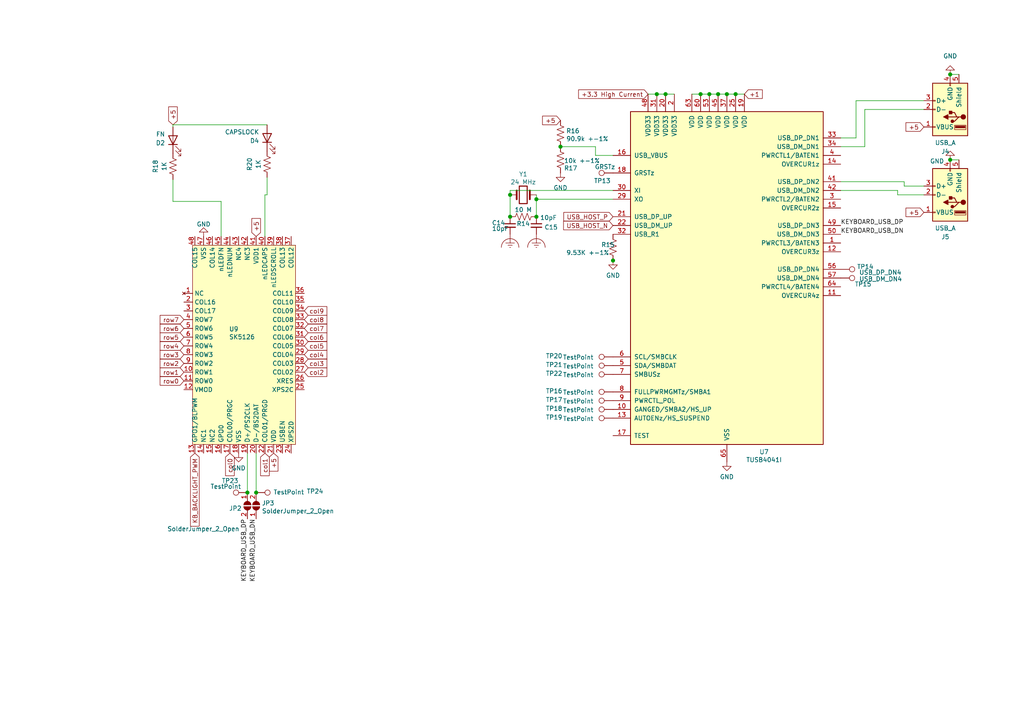
<source format=kicad_sch>
(kicad_sch (version 20210126) (generator eeschema)
  (paper "A4")
  (lib_symbols
    (symbol "Connector:TestPoint" (pin_numbers hide) (pin_names (offset 0.762) hide)
      (property "Reference" "TP" (at 0 6.858 0))
      (property "Value" "TestPoint" (at 0 5.08 0))
      (symbol "TestPoint_0_1"
        (circle (center 0 3.302) (radius 0.762))
      )
      (symbol "TestPoint_1_1"
        (pin passive line (at 0 0 90) (length 2.54) (name "1") (number "1"))
      )
    )
    (symbol "Connector:USB_A" (pin_names (offset 1.016))
      (property "Reference" "J?" (at 1.397 11.176 0))
      (property "Value" "USB_A" (at 1.397 8.636 0))
      (symbol "USB_A_0_1"
        (circle (center -3.81 2.159) (radius 0.635) (stroke (width 0.254)) (fill (type outline)))
        (circle (center -0.635 3.429) (radius 0.381) (stroke (width 0.254)) (fill (type outline)))
        (rectangle (start -1.27 4.572) (end -4.572 5.842))
        (rectangle (start -0.127 -7.62) (end 0.127 -6.858))
        (rectangle (start 5.08 -2.667) (end 4.318 -2.413))
        (rectangle (start 5.08 -0.127) (end 4.318 0.127))
        (rectangle (start 5.08 4.953) (end 4.318 5.207))
        (rectangle (start -1.524 4.826) (end -4.318 5.334) (fill (type outline)))
        (rectangle (start 0.254 1.27) (end -0.508 0.508) (stroke (width 0.254)) (fill (type outline)))
        (rectangle (start -5.08 -7.62) (end 5.08 7.62) (stroke (width 0.254)) (fill (type background)))
        (polyline (pts (xy -3.175 2.159) (xy -2.54 2.159) (xy -1.27 3.429) (xy -0.635 3.429)) (stroke (width 0.254)))
        (polyline (pts (xy -2.54 2.159) (xy -1.905 2.159) (xy -1.27 0.889) (xy 0 0.889)) (stroke (width 0.254)))
        (polyline (pts (xy 0.635 2.794) (xy 0.635 1.524) (xy 1.905 2.159) (xy 0.635 2.794)) (stroke (width 0.254)) (fill (type outline)))
      )
      (symbol "USB_A_1_1"
        (polyline (pts (xy -1.905 2.159) (xy 0.635 2.159)) (stroke (width 0.254)))
        (pin power_in line (at 7.62 5.08 180) (length 2.54) (name "VBUS") (number "1"))
        (pin bidirectional line (at 7.62 0 180) (length 2.54) (name "D-") (number "2"))
        (pin bidirectional line (at 7.62 -2.54 180) (length 2.54) (name "D+") (number "3"))
        (pin power_in line (at 0 -10.16 90) (length 2.54) (name "GND") (number "4"))
        (pin passive line (at -2.54 -10.16 90) (length 2.54) (name "Shield") (number "5"))
      )
    )
    (symbol "Device:C_Small" (pin_numbers hide) (pin_names (offset 0.254) hide)
      (property "Reference" "C" (at 0.254 1.778 0))
      (property "Value" "C_Small" (at 0.254 -2.032 0))
      (symbol "C_Small_0_1"
        (polyline (pts (xy -1.524 -0.508) (xy 1.524 -0.508)) (stroke (width 0.3302)))
        (polyline (pts (xy -1.524 0.508) (xy 1.524 0.508)) (stroke (width 0.3048)))
      )
      (symbol "C_Small_1_1"
        (pin passive line (at 0 2.54 270) (length 2.032) (name "~") (number "1"))
        (pin passive line (at 0 -2.54 90) (length 2.032) (name "~") (number "2"))
      )
    )
    (symbol "Device:Crystal" (pin_numbers hide) (pin_names (offset 1.016) hide)
      (property "Reference" "Y" (at 0 3.81 0))
      (property "Value" "Crystal" (at 0 -3.81 0))
      (symbol "Crystal_0_1"
        (rectangle (start -1.143 2.54) (end 1.143 -2.54) (stroke (width 0.3048)))
        (polyline (pts (xy -2.54 0) (xy -1.905 0)))
        (polyline (pts (xy -1.905 -1.27) (xy -1.905 1.27)) (stroke (width 0.508)))
        (polyline (pts (xy 1.905 -1.27) (xy 1.905 1.27)) (stroke (width 0.508)))
        (polyline (pts (xy 2.54 0) (xy 1.905 0)))
      )
      (symbol "Crystal_1_1"
        (pin passive line (at -3.81 0 0) (length 1.27) (name "1") (number "1"))
        (pin passive line (at 3.81 0 180) (length 1.27) (name "2") (number "2"))
      )
    )
    (symbol "Device:LED" (pin_numbers hide) (pin_names (offset 1.016) hide)
      (property "Reference" "D" (at 0 2.54 0))
      (property "Value" "LED" (at 0 -2.54 0))
      (symbol "LED_0_1"
        (polyline (pts (xy -1.27 -1.27) (xy -1.27 1.27)) (stroke (width 0.254)))
        (polyline (pts (xy -1.27 0) (xy 1.27 0)))
        (polyline (pts (xy 1.27 -1.27) (xy 1.27 1.27) (xy -1.27 0) (xy 1.27 -1.27)) (stroke (width 0.254)))
        (polyline (pts (xy -3.048 -0.762) (xy -4.572 -2.286) (xy -3.81 -2.286) (xy -4.572 -2.286) (xy -4.572 -1.524)))
        (polyline (pts (xy -1.778 -0.762) (xy -3.302 -2.286) (xy -2.54 -2.286) (xy -3.302 -2.286) (xy -3.302 -1.524)))
      )
      (symbol "LED_1_1"
        (pin passive line (at -3.81 0 0) (length 2.54) (name "K") (number "1"))
        (pin passive line (at 3.81 0 180) (length 2.54) (name "A") (number "2"))
      )
    )
    (symbol "Device:R_US" (pin_numbers hide) (pin_names (offset 0))
      (property "Reference" "R" (at 2.54 0 90))
      (property "Value" "R_US" (at -2.54 0 90))
      (symbol "R_US_0_1"
        (polyline (pts (xy 0 -2.286) (xy 0 -2.54)))
        (polyline (pts (xy 0 2.286) (xy 0 2.54)))
        (polyline (pts (xy 0 -0.762) (xy 1.016 -1.143) (xy 0 -1.524) (xy -1.016 -1.905) (xy 0 -2.286)))
        (polyline (pts (xy 0 0.762) (xy 1.016 0.381) (xy 0 0) (xy -1.016 -0.381) (xy 0 -0.762)))
        (polyline (pts (xy 0 2.286) (xy 1.016 1.905) (xy 0 1.524) (xy -1.016 1.143) (xy 0 0.762)))
      )
      (symbol "R_US_1_1"
        (pin passive line (at 0 3.81 270) (length 1.27) (name "~") (number "1"))
        (pin passive line (at 0 -3.81 90) (length 1.27) (name "~") (number "2"))
      )
    )
    (symbol "Interface_USB:TUSB4041I" (pin_names (offset 1.016))
      (property "Reference" "U" (at 15.24 53.34 0))
      (property "Value" "TUSB4041I" (at 15.24 50.8 0))
      (symbol "TUSB4041I_0_1"
        (rectangle (start -27.94 48.26) (end 27.94 -48.26) (stroke (width 0.254)) (fill (type background)))
      )
      (symbol "TUSB4041I_1_1"
        (pin bidirectional line (at 33.02 10.16 180) (length 5.08) (name "PWRCTL3/BATEN3") (number "1"))
        (pin bidirectional line (at -33.02 -38.1 0) (length 5.08) (name "GANGED/SMBA2/HS_UP") (number "10"))
        (pin input line (at 33.02 -5.08 180) (length 5.08) (name "OVERCUR4z") (number "11"))
        (pin input line (at 33.02 7.62 180) (length 5.08) (name "OVERCUR3z") (number "12"))
        (pin bidirectional line (at -33.02 -40.64 0) (length 5.08) (name "AUTOENz/HS_SUSPEND") (number "13"))
        (pin input line (at 33.02 33.02 180) (length 5.08) (name "OVERCUR1z") (number "14"))
        (pin input line (at 33.02 20.32 180) (length 5.08) (name "OVERCUR2z") (number "15"))
        (pin input line (at -33.02 35.56 0) (length 5.08) (name "USB_VBUS") (number "16"))
        (pin input line (at -33.02 -45.72 0) (length 5.08) (name "TEST") (number "17"))
        (pin input line (at -33.02 30.48 0) (length 5.08) (name "GRSTz") (number "18"))
        (pin power_in line (at 5.08 53.34 270) (length 5.08) (name "VDD") (number "19"))
        (pin power_in line (at -15.24 53.34 270) (length 5.08) (name "VDD33") (number "2"))
        (pin power_in line (at -17.78 53.34 270) (length 5.08) (name "VDD33") (number "20"))
        (pin bidirectional line (at -33.02 17.78 0) (length 5.08) (name "USB_DP_UP") (number "21"))
        (pin bidirectional line (at -33.02 15.24 0) (length 5.08) (name "USB_DM_UP") (number "22"))
        (pin bidirectional line (at 33.02 -17.78 180) (length 5.08) hide (name "RSVD") (number "23"))
        (pin bidirectional line (at 33.02 -20.32 180) (length 5.08) hide (name "RSVD") (number "24"))
        (pin power_in line (at 2.54 53.34 270) (length 5.08) (name "VDD") (number "25"))
        (pin bidirectional line (at 33.02 -22.86 180) (length 5.08) hide (name "RSVD") (number "26"))
        (pin bidirectional line (at 33.02 -25.4 180) (length 5.08) hide (name "RSVD") (number "27"))
        (pin no_connect line (at 33.02 -43.18 180) (length 5.08) hide (name "NC") (number "28"))
        (pin output line (at -33.02 22.86 0) (length 5.08) (name "XO") (number "29"))
        (pin bidirectional line (at 33.02 22.86 180) (length 5.08) (name "PWRCTL2/BATEN2") (number "3"))
        (pin input line (at -33.02 25.4 0) (length 5.08) (name "XI") (number "30"))
        (pin power_in line (at -20.32 53.34 270) (length 5.08) (name "VDD33") (number "31"))
        (pin input line (at -33.02 12.7 0) (length 5.08) (name "USB_R1") (number "32"))
        (pin bidirectional line (at 33.02 40.64 180) (length 5.08) (name "USB_DP_DN1") (number "33"))
        (pin bidirectional line (at 33.02 38.1 180) (length 5.08) (name "USB_DM_DN1") (number "34"))
        (pin bidirectional line (at 33.02 -27.94 180) (length 5.08) hide (name "RSVD") (number "35"))
        (pin bidirectional line (at 33.02 -30.48 180) (length 5.08) hide (name "RSVD") (number "36"))
        (pin power_in line (at 0 53.34 270) (length 5.08) (name "VDD") (number "37"))
        (pin bidirectional line (at 33.02 -33.02 180) (length 5.08) hide (name "RSVD") (number "38"))
        (pin bidirectional line (at 33.02 -35.56 180) (length 5.08) hide (name "RSVD") (number "39"))
        (pin bidirectional line (at 33.02 35.56 180) (length 5.08) (name "PWRCTL1/BATEN1") (number "4"))
        (pin no_connect line (at 33.02 -45.72 180) (length 5.08) hide (name "NC") (number "40"))
        (pin bidirectional line (at 33.02 27.94 180) (length 5.08) (name "USB_DP_DN2") (number "41"))
        (pin bidirectional line (at 33.02 25.4 180) (length 5.08) (name "USB_DM_DN2") (number "42"))
        (pin bidirectional line (at 33.02 -38.1 180) (length 5.08) hide (name "RSVD") (number "43"))
        (pin bidirectional line (at -33.02 7.62 0) (length 5.08) hide (name "RSVD") (number "44"))
        (pin power_in line (at -2.54 53.34 270) (length 5.08) (name "VDD") (number "45"))
        (pin bidirectional line (at -33.02 5.08 0) (length 5.08) hide (name "RSVD") (number "46"))
        (pin bidirectional line (at -33.02 2.54 0) (length 5.08) hide (name "RSVD") (number "47"))
        (pin power_in line (at -22.86 53.34 270) (length 5.08) (name "VDD33") (number "48"))
        (pin bidirectional line (at 33.02 15.24 180) (length 5.08) (name "USB_DP_DN3") (number "49"))
        (pin bidirectional line (at -33.02 -25.4 0) (length 5.08) (name "SDA/SMBDAT") (number "5"))
        (pin bidirectional line (at 33.02 12.7 180) (length 5.08) (name "USB_DM_DN3") (number "50"))
        (pin bidirectional line (at -33.02 0 0) (length 5.08) hide (name "RSVD") (number "51"))
        (pin bidirectional line (at -33.02 -2.54 0) (length 5.08) hide (name "RSVD") (number "52"))
        (pin power_in line (at -5.08 53.34 270) (length 5.08) (name "VDD") (number "53"))
        (pin bidirectional line (at -33.02 -5.08 0) (length 5.08) hide (name "RSVD") (number "54"))
        (pin bidirectional line (at -33.02 -7.62 0) (length 5.08) hide (name "RSVD") (number "55"))
        (pin bidirectional line (at 33.02 2.54 180) (length 5.08) (name "USB_DP_DN4") (number "56"))
        (pin bidirectional line (at 33.02 0 180) (length 5.08) (name "USB_DM_DN4") (number "57"))
        (pin bidirectional line (at -33.02 -10.16 0) (length 5.08) hide (name "RSVD") (number "58"))
        (pin bidirectional line (at -33.02 -12.7 0) (length 5.08) hide (name "RSVD") (number "59"))
        (pin bidirectional line (at -33.02 -22.86 0) (length 5.08) (name "SCL/SMBCLK") (number "6"))
        (pin power_in line (at -7.62 53.34 270) (length 5.08) (name "VDD") (number "60"))
        (pin bidirectional line (at -33.02 -15.24 0) (length 5.08) hide (name "RSVD") (number "61"))
        (pin bidirectional line (at -33.02 -17.78 0) (length 5.08) hide (name "RSVD") (number "62"))
        (pin power_in line (at -10.16 53.34 270) (length 5.08) (name "VDD") (number "63"))
        (pin bidirectional line (at 33.02 -2.54 180) (length 5.08) (name "PWRCTL4/BATEN4") (number "64"))
        (pin power_in line (at 0 -53.34 90) (length 5.08) (name "VSS") (number "65"))
        (pin bidirectional line (at -33.02 -27.94 0) (length 5.08) (name "SMBUSz") (number "7"))
        (pin bidirectional line (at -33.02 -33.02 0) (length 5.08) (name "FULLPWRMGMTz/SMBA1") (number "8"))
        (pin bidirectional line (at -33.02 -35.56 0) (length 5.08) (name "PWRCTL_POL") (number "9"))
      )
    )
    (symbol "Jumper:SolderJumper_2_Open" (pin_names (offset 0) hide)
      (property "Reference" "JP" (at 0 2.032 0))
      (property "Value" "SolderJumper_2_Open" (at 0 -2.54 0))
      (symbol "SolderJumper_2_Open_0_1"
        (arc (start -0.254 1.016) (end -0.254 -1.016) (radius (at -0.254 0) (length 1.016) (angles 90.1 -90.1)))
        (arc (start 0.254 -1.016) (end 0.254 1.016) (radius (at 0.254 0) (length 1.016) (angles -89.9 89.9)))
        (arc (start -0.254 1.016) (end -0.254 -1.016) (radius (at -0.254 0) (length 1.016) (angles 90.1 -90.1)) (fill (type outline)))
        (arc (start 0.254 -1.016) (end 0.254 1.016) (radius (at 0.254 0) (length 1.016) (angles -89.9 89.9)) (fill (type outline)))
        (polyline (pts (xy -0.254 1.016) (xy -0.254 -1.016)))
        (polyline (pts (xy 0.254 1.016) (xy 0.254 -1.016)))
      )
      (symbol "SolderJumper_2_Open_1_1"
        (pin passive line (at -3.81 0 0) (length 2.54) (name "A") (number "1"))
        (pin passive line (at 3.81 0 180) (length 2.54) (name "B") (number "2"))
      )
    )
    (symbol "power:Earth_Clean" (power) (pin_names (offset 0))
      (symbol "Earth_Clean_0_1"
        (arc (start 2.54 -3.81) (end -2.54 -3.81) (radius (at 0 -3.81) (length 2.54) (angles 0.1 179.9)))
        (polyline (pts (xy -0.635 -3.175) (xy 0.635 -3.175)))
        (polyline (pts (xy -0.127 -3.81) (xy 0.127 -3.81)))
        (polyline (pts (xy 0 -2.54) (xy 0 0)))
        (polyline (pts (xy 1.27 -2.54) (xy -1.27 -2.54)))
      )
      (symbol "Earth_Clean_1_1"
        (pin power_in line (at 0 0 270) (length 0) hide (name "Earth_Clean") (number "1"))
      )
    )
    (symbol "power:GND" (power) (pin_names (offset 0))
      (property "Value" "GND" (at 0 -3.81 0))
      (symbol "GND_0_1"
        (polyline (pts (xy 0 0) (xy 0 -1.27) (xy 1.27 -1.27) (xy 0 -2.54) (xy -1.27 -1.27) (xy 0 -1.27)))
      )
      (symbol "GND_1_1"
        (pin power_in line (at 0 0 270) (length 0) hide (name "GND") (number "1"))
      )
    )
    (symbol "teensy:SK5126"
      (property "Reference" "U" (at 0 24.13 0))
      (property "Value" "SK5126" (at 0 24.13 0))
      (symbol "SK5126_0_0"
        (pin no_connect line (at -80.645 61.595 0) (length 2.54) (name "NC") (number "1"))
        (pin unspecified line (at -80.645 38.735 0) (length 2.54) (name "ROW1") (number "10"))
        (pin unspecified line (at -80.645 36.195 0) (length 2.54) (name "ROW0") (number "11"))
        (pin unspecified line (at -80.645 33.655 0) (length 2.54) (name "VMOD") (number "12"))
        (pin unspecified line (at -77.47 15.24 90) (length 2.54) (name "GPO1/BLPWM") (number "13"))
        (pin unspecified line (at -74.93 15.24 90) (length 2.54) (name "NC1") (number "14"))
        (pin unspecified line (at -72.39 15.24 90) (length 2.54) (name "NC2") (number "15"))
        (pin unspecified line (at -69.85 15.24 90) (length 2.54) (name "GPO0") (number "16"))
        (pin unspecified line (at -67.31 15.24 90) (length 2.54) (name "COL00/PRGC") (number "17"))
        (pin unspecified line (at -64.77 15.24 90) (length 2.54) (name "VSS") (number "18"))
        (pin unspecified line (at -62.23 15.24 90) (length 2.54) (name "D+/PS2CLK") (number "19"))
        (pin unspecified line (at -80.645 59.055 0) (length 2.54) (name "COL16") (number "2"))
        (pin unspecified line (at -59.69 15.24 90) (length 2.54) (name "D-/BS2DAT") (number "20"))
        (pin unspecified line (at -54.61 15.24 90) (length 2.54) (name "VDD") (number "21"))
        (pin unspecified line (at -57.15 15.24 90) (length 2.54) (name "COL01/PRGD") (number "22"))
        (pin unspecified line (at -52.07 15.24 90) (length 2.54) (name "USBEN") (number "23"))
        (pin unspecified line (at -49.53 15.24 90) (length 2.54) (name "XPS2D") (number "24"))
        (pin unspecified line (at -45.72 33.655 180) (length 2.54) (name "XPS2C") (number "25"))
        (pin unspecified line (at -45.72 36.195 180) (length 2.54) (name "XRES") (number "26"))
        (pin unspecified line (at -45.72 38.735 180) (length 2.54) (name "COL02") (number "27"))
        (pin unspecified line (at -45.72 41.275 180) (length 2.54) (name "COL03") (number "28"))
        (pin unspecified line (at -45.72 43.815 180) (length 2.54) (name "COL04") (number "29"))
        (pin unspecified line (at -80.645 56.515 0) (length 2.54) (name "COL17") (number "3"))
        (pin unspecified line (at -45.72 46.355 180) (length 2.54) (name "COL05") (number "30"))
        (pin unspecified line (at -45.72 48.895 180) (length 2.54) (name "COL06") (number "31"))
        (pin unspecified line (at -45.72 51.435 180) (length 2.54) (name "COL07") (number "32"))
        (pin unspecified line (at -45.72 53.975 180) (length 2.54) (name "COL08") (number "33"))
        (pin unspecified line (at -45.72 56.515 180) (length 2.54) (name "COL09") (number "34"))
        (pin unspecified line (at -45.72 59.055 180) (length 2.54) (name "COL10") (number "35"))
        (pin unspecified line (at -45.72 61.595 180) (length 2.54) (name "COL11") (number "36"))
        (pin unspecified line (at -49.53 78.105 270) (length 2.54) (name "COL12") (number "37"))
        (pin unspecified line (at -52.07 78.105 270) (length 2.54) (name "COL13") (number "38"))
        (pin unspecified line (at -54.61 78.105 270) (length 2.54) (name "nLEDSCROLL") (number "39"))
        (pin unspecified line (at -80.645 53.975 0) (length 2.54) (name "ROW7") (number "4"))
        (pin unspecified line (at -57.15 78.105 270) (length 2.54) (name "nLEDCAPS") (number "40"))
        (pin unspecified line (at -59.69 78.105 270) (length 2.54) (name "VDD1") (number "41"))
        (pin unspecified line (at -62.23 78.105 270) (length 2.54) (name "NC3") (number "42"))
        (pin unspecified line (at -64.77 78.105 270) (length 2.54) (name "NC4") (number "43"))
        (pin unspecified line (at -67.31 78.105 270) (length 2.54) (name "nLEDNUM") (number "44"))
        (pin unspecified line (at -69.85 78.105 270) (length 2.54) (name "nLEDFN") (number "45"))
        (pin unspecified line (at -72.39 78.105 270) (length 2.54) (name "COL14") (number "46"))
        (pin unspecified line (at -74.93 78.105 270) (length 2.54) (name "VSS") (number "47"))
        (pin unspecified line (at -77.47 78.105 270) (length 2.54) (name "COL15") (number "48"))
        (pin unspecified line (at -80.645 51.435 0) (length 2.54) (name "ROW6") (number "5"))
        (pin unspecified line (at -80.645 48.895 0) (length 2.54) (name "ROW5") (number "6"))
        (pin unspecified line (at -80.645 46.355 0) (length 2.54) (name "ROW4") (number "7"))
        (pin unspecified line (at -80.645 43.815 0) (length 2.54) (name "ROW3") (number "8"))
        (pin unspecified line (at -80.645 41.275 0) (length 2.54) (name "ROW2") (number "9"))
      )
      (symbol "SK5126_0_1"
        (rectangle (start -78.105 75.565) (end -48.26 17.78) (stroke (width 0.1524)) (fill (type background)))
      )
    )
  )
  (junction (at 71.755 142.875) (diameter 1.016))
  (junction (at 74.295 142.875) (diameter 1.016))
  (junction (at 147.955 56.515) (diameter 1.016))
  (junction (at 147.955 62.865) (diameter 1.016))
  (junction (at 155.575 57.785) (diameter 1.016))
  (junction (at 155.575 62.865) (diameter 1.016))
  (junction (at 162.56 42.545) (diameter 1.016))
  (junction (at 177.8 75.565) (diameter 1.016))
  (junction (at 190.5 27.305) (diameter 1.016))
  (junction (at 193.04 27.305) (diameter 1.016))
  (junction (at 203.2 27.305) (diameter 1.016))
  (junction (at 205.74 27.305) (diameter 1.016))
  (junction (at 208.28 27.305) (diameter 1.016))
  (junction (at 210.82 27.305) (diameter 1.016))
  (junction (at 213.36 27.305) (diameter 1.016))
  (junction (at 275.59 21.59) (diameter 1.016))
  (junction (at 275.59 46.355) (diameter 1.016))
  (wire (pts (xy 50.165 36.195) (xy 50.165 36.83)))
  (wire (pts (xy 50.165 36.195) (xy 77.47 36.195)))
  (wire (pts (xy 50.165 58.42) (xy 50.165 52.07)))
  (wire (pts (xy 64.135 58.42) (xy 50.165 58.42)))
  (wire (pts (xy 64.135 68.58) (xy 64.135 58.42)))
  (wire (pts (xy 71.755 131.445) (xy 71.755 142.875)))
  (wire (pts (xy 74.295 131.445) (xy 74.295 142.875)))
  (wire (pts (xy 76.835 56.515) (xy 76.835 68.58)))
  (wire (pts (xy 77.47 51.435) (xy 77.47 56.515)))
  (wire (pts (xy 77.47 56.515) (xy 76.835 56.515)))
  (wire (pts (xy 147.955 55.245) (xy 147.955 56.515)))
  (wire (pts (xy 147.955 56.515) (xy 147.955 62.865)))
  (wire (pts (xy 155.575 56.515) (xy 155.575 57.785)))
  (wire (pts (xy 155.575 57.785) (xy 155.575 62.865)))
  (wire (pts (xy 172.72 42.545) (xy 162.56 42.545)))
  (wire (pts (xy 172.72 45.085) (xy 172.72 42.545)))
  (wire (pts (xy 177.8 45.085) (xy 172.72 45.085)))
  (wire (pts (xy 177.8 55.245) (xy 147.955 55.245)))
  (wire (pts (xy 177.8 57.785) (xy 155.575 57.785)))
  (wire (pts (xy 187.96 27.305) (xy 190.5 27.305)))
  (wire (pts (xy 190.5 27.305) (xy 193.04 27.305)))
  (wire (pts (xy 193.04 27.305) (xy 195.58 27.305)))
  (wire (pts (xy 200.66 27.305) (xy 203.2 27.305)))
  (wire (pts (xy 203.2 27.305) (xy 205.74 27.305)))
  (wire (pts (xy 205.74 27.305) (xy 208.28 27.305)))
  (wire (pts (xy 208.28 27.305) (xy 210.82 27.305)))
  (wire (pts (xy 210.82 27.305) (xy 213.36 27.305)))
  (wire (pts (xy 213.36 27.305) (xy 215.9 27.305)))
  (wire (pts (xy 243.84 40.005) (xy 248.285 40.005)))
  (wire (pts (xy 243.84 42.545) (xy 250.825 42.545)))
  (wire (pts (xy 243.84 52.705) (xy 262.255 52.705)))
  (wire (pts (xy 243.84 55.245) (xy 260.35 55.245)))
  (wire (pts (xy 248.285 29.21) (xy 267.97 29.21)))
  (wire (pts (xy 248.285 40.005) (xy 248.285 29.21)))
  (wire (pts (xy 250.825 31.75) (xy 267.97 31.75)))
  (wire (pts (xy 250.825 42.545) (xy 250.825 31.75)))
  (wire (pts (xy 260.35 55.245) (xy 260.35 56.515)))
  (wire (pts (xy 260.35 56.515) (xy 267.97 56.515)))
  (wire (pts (xy 262.255 52.705) (xy 262.255 53.975)))
  (wire (pts (xy 262.255 53.975) (xy 267.97 53.975)))
  (wire (pts (xy 278.13 21.59) (xy 275.59 21.59)))
  (wire (pts (xy 278.13 46.355) (xy 275.59 46.355)))
  (label "KEYBOARD_USB_DP" (at 71.755 150.495 270))
  (label "KEYBOARD_USB_DN" (at 74.295 150.495 270))
  (label "KEYBOARD_USB_DP" (at 243.84 65.405 0))
  (label "KEYBOARD_USB_DN" (at 243.84 67.945 0))
  (global_label "+5" (shape input) (at 50.165 36.195 90) (property "Intersheet References" "${INTERSHEET_REFS}" (effects hide)))
  (global_label "row7" (shape input) (at 53.34 92.71 180) (property "Intersheet References" "${INTERSHEET_REFS}" (effects hide)))
  (global_label "row6" (shape input) (at 53.34 95.25 180) (property "Intersheet References" "${INTERSHEET_REFS}" (effects hide)))
  (global_label "row5" (shape input) (at 53.34 97.79 180) (property "Intersheet References" "${INTERSHEET_REFS}" (effects hide)))
  (global_label "row4" (shape input) (at 53.34 100.33 180) (property "Intersheet References" "${INTERSHEET_REFS}" (effects hide)))
  (global_label "row3" (shape input) (at 53.34 102.87 180) (property "Intersheet References" "${INTERSHEET_REFS}" (effects hide)))
  (global_label "row2" (shape input) (at 53.34 105.41 180) (property "Intersheet References" "${INTERSHEET_REFS}" (effects hide)))
  (global_label "row1" (shape input) (at 53.34 107.95 180) (property "Intersheet References" "${INTERSHEET_REFS}" (effects hide)))
  (global_label "row0" (shape input) (at 53.34 110.49 180) (property "Intersheet References" "${INTERSHEET_REFS}" (effects hide)))
  (global_label "KB_BACKLIGHT_PWM" (shape input) (at 56.515 131.445 270) (property "Intersheet References" "${INTERSHEET_REFS}" (effects hide)))
  (global_label "col0" (shape input) (at 66.675 131.445 270) (property "Intersheet References" "${INTERSHEET_REFS}" (effects hide)))
  (global_label "+5" (shape input) (at 74.295 68.58 90) (property "Intersheet References" "${INTERSHEET_REFS}" (effects hide)))
  (global_label "col1" (shape input) (at 76.835 131.445 270) (property "Intersheet References" "${INTERSHEET_REFS}" (effects hide)))
  (global_label "+5" (shape input) (at 79.375 131.445 270) (property "Intersheet References" "${INTERSHEET_REFS}" (effects hide)))
  (global_label "col9" (shape input) (at 88.265 90.17 0) (property "Intersheet References" "${INTERSHEET_REFS}" (effects hide)))
  (global_label "col8" (shape input) (at 88.265 92.71 0) (property "Intersheet References" "${INTERSHEET_REFS}" (effects hide)))
  (global_label "col7" (shape input) (at 88.265 95.25 0) (property "Intersheet References" "${INTERSHEET_REFS}" (effects hide)))
  (global_label "col6" (shape input) (at 88.265 97.79 0) (property "Intersheet References" "${INTERSHEET_REFS}" (effects hide)))
  (global_label "col5" (shape input) (at 88.265 100.33 0) (property "Intersheet References" "${INTERSHEET_REFS}" (effects hide)))
  (global_label "col4" (shape input) (at 88.265 102.87 0) (property "Intersheet References" "${INTERSHEET_REFS}" (effects hide)))
  (global_label "col3" (shape input) (at 88.265 105.41 0) (property "Intersheet References" "${INTERSHEET_REFS}" (effects hide)))
  (global_label "col2" (shape input) (at 88.265 107.95 0) (property "Intersheet References" "${INTERSHEET_REFS}" (effects hide)))
  (global_label "+5" (shape input) (at 162.56 34.925 180) (property "Intersheet References" "${INTERSHEET_REFS}" (effects hide)))
  (global_label "USB_HOST_P" (shape input) (at 177.8 62.865 180) (property "Intersheet References" "${INTERSHEET_REFS}" (effects hide)))
  (global_label "USB_HOST_N" (shape input) (at 177.8 65.405 180) (property "Intersheet References" "${INTERSHEET_REFS}" (effects hide)))
  (global_label "+3.3 High Current" (shape input) (at 187.96 27.305 180) (property "Intersheet References" "${INTERSHEET_REFS}" (effects hide)))
  (global_label "+1" (shape input) (at 215.9 27.305 0) (property "Intersheet References" "${INTERSHEET_REFS}" (effects hide)))
  (global_label "+5" (shape input) (at 267.97 36.83 180) (property "Intersheet References" "${INTERSHEET_REFS}" (effects hide)))
  (global_label "+5" (shape input) (at 267.97 61.595 180) (property "Intersheet References" "${INTERSHEET_REFS}" (effects hide)))
  (symbol (lib_id "Connector:TestPoint") (at 71.755 142.875 90) (unit 1)
    (property "Reference" "TP23" (at 66.7385 139.4418 90))
    (property "Value" "TestPoint" (at 65.4685 141.1055 90))
    (property "Footprint" "TestPoint:TestPoint_Pad_1.0x1.0mm" (effects hide))
  )
  (symbol (lib_id "Connector:TestPoint") (at 74.295 142.875 270) (unit 1)
    (property "Reference" "TP24" (at 91.3765 142.4982 90))
    (property "Value" "TestPoint" (at 83.7565 142.7395 90))
    (property "Footprint" "TestPoint:TestPoint_Pad_1.0x1.0mm" (effects hide))
  )
  (symbol (lib_id "Connector:TestPoint") (at 177.8 50.165 90) (unit 1)
    (property "Reference" "TP13" (at 174.6885 52.4468 90))
    (property "Value" "GRSTz " (at 175.9585 48.3955 90))
    (property "Footprint" "TestPoint:TestPoint_Pad_1.0x1.0mm" (effects hide))
  )
  (symbol (lib_id "Connector:TestPoint") (at 177.8 103.505 90) (unit 1)
    (property "Reference" "TP20" (at 160.7185 103.2468 90))
    (property "Value" "TestPoint" (at 167.7035 103.6405 90))
    (property "Footprint" "TestPoint:TestPoint_Pad_1.0x1.0mm" (effects hide))
  )
  (symbol (lib_id "Connector:TestPoint") (at 177.8 106.045 90) (unit 1)
    (property "Reference" "TP21" (at 160.7185 105.7868 90))
    (property "Value" "TestPoint" (at 167.7035 106.1805 90))
    (property "Footprint" "TestPoint:TestPoint_Pad_1.0x1.0mm" (effects hide))
  )
  (symbol (lib_id "Connector:TestPoint") (at 177.8 108.585 90) (unit 1)
    (property "Reference" "TP22" (at 160.7185 108.3268 90))
    (property "Value" "TestPoint" (at 167.7035 108.7205 90))
    (property "Footprint" "TestPoint:TestPoint_Pad_1.0x1.0mm" (effects hide))
  )
  (symbol (lib_id "Connector:TestPoint") (at 177.8 113.665 90) (unit 1)
    (property "Reference" "TP16" (at 160.7185 113.4068 90))
    (property "Value" "TestPoint" (at 167.7035 113.8005 90))
    (property "Footprint" "TestPoint:TestPoint_Pad_1.0x1.0mm" (effects hide))
  )
  (symbol (lib_id "Connector:TestPoint") (at 177.8 116.205 90) (unit 1)
    (property "Reference" "TP17" (at 160.7185 115.9468 90))
    (property "Value" "TestPoint" (at 167.7035 116.3405 90))
    (property "Footprint" "TestPoint:TestPoint_Pad_1.0x1.0mm" (effects hide))
  )
  (symbol (lib_id "Connector:TestPoint") (at 177.8 118.745 90) (unit 1)
    (property "Reference" "TP18" (at 160.7185 118.4868 90))
    (property "Value" "TestPoint" (at 167.7035 118.8805 90))
    (property "Footprint" "TestPoint:TestPoint_Pad_1.0x1.0mm" (effects hide))
  )
  (symbol (lib_id "Connector:TestPoint") (at 177.8 121.285 90) (unit 1)
    (property "Reference" "TP19" (at 160.7185 121.0268 90))
    (property "Value" "TestPoint" (at 167.7035 121.4205 90))
    (property "Footprint" "TestPoint:TestPoint_Pad_1.0x1.0mm" (effects hide))
  )
  (symbol (lib_id "Connector:TestPoint") (at 243.84 78.105 270) (unit 1)
    (property "Reference" "TP14" (at 248.5391 77.3441 90) (effects (justify left)))
    (property "Value" "USB_DP_DN4" (at 249.1741 79.0078 90) (effects (justify left)))
    (property "Footprint" "TestPoint:TestPoint_Pad_1.0x1.0mm" (effects hide))
  )
  (symbol (lib_id "Connector:TestPoint") (at 243.84 80.645 270) (unit 1)
    (property "Reference" "TP15" (at 247.9041 82.4241 90) (effects (justify left)))
    (property "Value" "USB_DM_DN4" (at 249.1741 80.9128 90) (effects (justify left)))
    (property "Footprint" "TestPoint:TestPoint_Pad_1.0x1.0mm" (effects hide))
  )
  (symbol (lib_id "power:GND") (at 59.055 68.58 180) (unit 1)
    (property "Reference" "#PWR0145" (effects hide))
    (property "Value" "GND" (at 59.055 65.0326 0))
  )
  (symbol (lib_id "power:GND") (at 69.215 131.445 0) (unit 1)
    (property "Reference" "#PWR0144" (effects hide))
    (property "Value" "GND" (at 69.215 135.7694 0))
  )
  (symbol (lib_id "power:GND") (at 162.56 50.165 0) (unit 1)
    (property "Reference" "#PWR0139" (effects hide))
    (property "Value" "GND" (at 162.56 54.4894 0))
  )
  (symbol (lib_id "power:GND") (at 177.8 75.565 0) (unit 1)
    (property "Reference" "#PWR0137" (effects hide))
    (property "Value" "GND" (at 177.8 79.8894 0))
  )
  (symbol (lib_id "power:GND") (at 210.82 133.985 0) (unit 1)
    (property "Reference" "#PWR0143" (effects hide))
    (property "Value" "GND" (at 210.82 138.3094 0))
  )
  (symbol (lib_id "power:GND") (at 275.59 21.59 180) (unit 1)
    (property "Reference" "#PWR0134" (effects hide))
    (property "Value" "GND" (at 275.59 16.256 0))
  )
  (symbol (lib_id "power:GND") (at 275.59 46.355 180) (unit 1)
    (property "Reference" "#PWR0135" (effects hide))
    (property "Value" "GND" (at 271.78 46.736 0))
  )
  (symbol (lib_id "Device:R_US") (at 50.165 48.26 180) (unit 1)
    (property "Reference" "R18" (at 45.085 48.26 90))
    (property "Value" "1K" (at 47.625 48.26 90))
    (property "Footprint" "Resistor_SMD:R_1206_3216Metric" (effects hide))
  )
  (symbol (lib_id "Jumper:SolderJumper_2_Open") (at 71.755 146.685 270) (unit 1)
    (property "Reference" "JP2" (at 70.1039 147.4459 90) (effects (justify right)))
    (property "Value" "SolderJumper_2_Open" (at 69.4689 153.4022 90) (effects (justify right)))
    (property "Footprint" "Jumper:SolderJumper-2_P1.3mm_Open_RoundedPad1.0x1.5mm" (effects hide))
  )
  (symbol (lib_id "Jumper:SolderJumper_2_Open") (at 74.295 146.685 90) (unit 1)
    (property "Reference" "JP3" (at 75.9461 145.9241 90) (effects (justify right)))
    (property "Value" "SolderJumper_2_Open" (at 75.9461 148.2228 90) (effects (justify right)))
    (property "Footprint" "Jumper:SolderJumper-2_P1.3mm_Open_RoundedPad1.0x1.5mm" (effects hide))
  )
  (symbol (lib_id "Device:R_US") (at 77.47 47.625 180) (unit 1)
    (property "Reference" "R20" (at 72.39 47.625 90))
    (property "Value" "1K" (at 74.93 47.625 90))
    (property "Footprint" "Resistor_SMD:R_1206_3216Metric" (effects hide))
  )
  (symbol (lib_id "Device:R_US") (at 151.765 62.865 270) (unit 1)
    (property "Reference" "R14" (at 151.765 64.8928 90))
    (property "Value" "10 M" (at 151.765 60.8415 90))
    (property "Footprint" "Resistor_SMD:R_2010_5025Metric_Pad1.40x2.65mm_HandSolder" (effects hide))
  )
  (symbol (lib_id "Device:R_US") (at 162.56 38.735 0) (unit 1)
    (property "Reference" "R16" (at 164.2111 37.9741 0) (effects (justify left)))
    (property "Value" "90.9k +-1%" (at 164.2111 40.2728 0) (effects (justify left)))
    (property "Footprint" "Resistor_SMD:R_2010_5025Metric_Pad1.40x2.65mm_HandSolder" (effects hide))
  )
  (symbol (lib_id "Device:R_US") (at 162.56 46.355 0) (unit 1)
    (property "Reference" "R17" (at 163.5761 48.7691 0) (effects (justify left)))
    (property "Value" "10k +-1%" (at 163.5761 46.6228 0) (effects (justify left)))
    (property "Footprint" "Resistor_SMD:R_2010_5025Metric_Pad1.40x2.65mm_HandSolder" (effects hide))
  )
  (symbol (lib_id "Device:R_US") (at 177.8 71.755 0) (unit 1)
    (property "Reference" "R15" (at 174.3711 70.9941 0) (effects (justify left)))
    (property "Value" "9.53K +-1%" (at 164.2111 73.2928 0) (effects (justify left)))
    (property "Footprint" "Resistor_SMD:R_2010_5025Metric_Pad1.40x2.65mm_HandSolder" (effects hide))
  )
  (symbol (lib_id "Device:C_Small") (at 147.955 65.405 0) (unit 1)
    (property "Reference" "C14" (at 142.6592 64.6441 0) (effects (justify left)))
    (property "Value" "10pF" (at 142.6592 66.3078 0) (effects (justify left)))
    (property "Footprint" "Capacitor_SMD:C_1206_3216Metric" (effects hide))
  )
  (symbol (lib_id "Device:C_Small") (at 155.575 65.405 0) (unit 1)
    (property "Reference" "C15" (at 157.8992 65.9141 0) (effects (justify left)))
    (property "Value" "10pF" (at 156.6292 63.1328 0) (effects (justify left)))
    (property "Footprint" "Capacitor_SMD:C_1206_3216Metric" (effects hide))
  )
  (symbol (lib_id "power:Earth_Clean") (at 147.955 67.945 0) (unit 1)
    (property "Reference" "#PWR0136" (effects hide))
    (property "Value" "Earth_Clean" (effects hide))
  )
  (symbol (lib_id "power:Earth_Clean") (at 155.575 67.945 0) (unit 1)
    (property "Reference" "#PWR0138" (effects hide))
    (property "Value" "Earth_Clean" (effects hide))
  )
  (symbol (lib_id "Device:LED") (at 50.165 40.64 90) (unit 1)
    (property "Reference" "D2" (at 47.879 41.4656 90) (effects (justify left)))
    (property "Value" "FN" (at 47.879 38.9256 90) (effects (justify left)))
    (property "Footprint" "LED_SMD:LED_1206_3216Metric_Pad1.42x1.75mm_HandSolder" (effects hide))
  )
  (symbol (lib_id "Device:LED") (at 77.47 40.005 90) (unit 1)
    (property "Reference" "D4" (at 75.184 40.8306 90) (effects (justify left)))
    (property "Value" "CAPSLOCK" (at 75.184 38.2906 90) (effects (justify left)))
    (property "Footprint" "LED_SMD:LED_1206_3216Metric_Pad1.42x1.75mm_HandSolder" (effects hide))
  )
  (symbol (lib_id "Device:Crystal") (at 151.765 56.515 0) (unit 1)
    (property "Reference" "Y1" (at 151.765 50.5164 0))
    (property "Value" "24 MHz" (at 151.765 52.8151 0))
    (property "Footprint" "teensy:HCM49_E" (effects hide))
  )
  (symbol (lib_id "Connector:USB_A") (at 275.59 31.75 180) (unit 1)
    (property "Reference" "J4" (at 274.193 43.942 0))
    (property "Value" "USB_A" (at 274.193 41.402 0))
    (property "Footprint" "Connector_USB:USB_A_Stewart_SS-52100-001_Horizontal" (effects hide))
    (property "Datasheet" " ~" (effects hide))
  )
  (symbol (lib_id "Connector:USB_A") (at 275.59 56.515 180) (unit 1)
    (property "Reference" "J5" (at 274.193 68.707 0))
    (property "Value" "USB_A" (at 274.193 66.167 0))
    (property "Footprint" "Connector_USB:USB_A_Stewart_SS-52100-001_Horizontal" (effects hide))
    (property "Datasheet" " ~" (effects hide))
  )
  (symbol (lib_id "teensy:SK5126") (at 133.985 146.685 0) (unit 1)
    (property "Reference" "U9" (at 66.4211 95.4416 0) (effects (justify left)))
    (property "Value" "SK5126" (at 66.4211 97.7403 0) (effects (justify left)))
    (property "Footprint" "Package_DFN_QFN:QFN-48-1EP_7x7mm_P0.5mm_EP5.6x5.6mm" (effects hide))
  )
  (symbol (lib_id "Interface_USB:TUSB4041I") (at 210.82 80.645 0) (unit 1)
    (property "Reference" "U7" (at 221.615 131.0704 0))
    (property "Value" "TUSB4041I" (at 221.615 133.3691 0))
    (property "Footprint" "Package_QFP:HTQFP-64-1EP_10x10mm_P0.5mm_EP8x8mm_Mask4.4x4.4mm_ThermalVias" (effects hide))
    (property "Datasheet" "http://www.ti.com/lit/ds/symlink/tusb4041i.pdf" (effects hide))
  )
)
</source>
